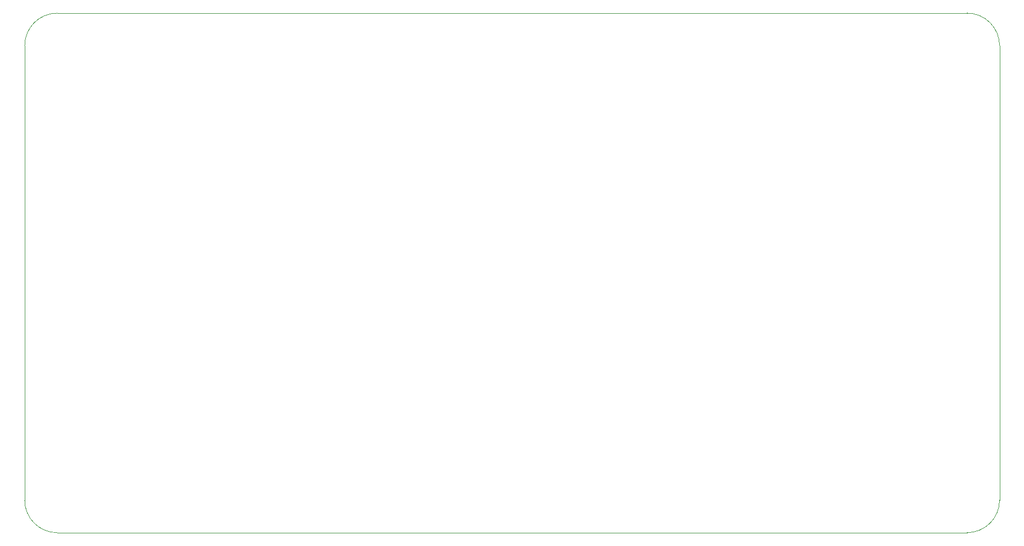
<source format=gm1>
%TF.GenerationSoftware,KiCad,Pcbnew,(6.0.10-0)*%
%TF.CreationDate,2023-09-02T13:11:49+02:00*%
%TF.ProjectId,EPROM_FLASHER,4550524f-4d5f-4464-9c41-534845522e6b,rev?*%
%TF.SameCoordinates,Original*%
%TF.FileFunction,Profile,NP*%
%FSLAX46Y46*%
G04 Gerber Fmt 4.6, Leading zero omitted, Abs format (unit mm)*
G04 Created by KiCad (PCBNEW (6.0.10-0)) date 2023-09-02 13:11:49*
%MOMM*%
%LPD*%
G01*
G04 APERTURE LIST*
%TA.AperFunction,Profile*%
%ADD10C,0.100000*%
%TD*%
G04 APERTURE END LIST*
D10*
X195800000Y-35560000D02*
X195800000Y-105560000D01*
X190800000Y-110560000D02*
G75*
G03*
X195800000Y-105560000I0J5000000D01*
G01*
X190800000Y-110560000D02*
X50800000Y-110560000D01*
X45800000Y-105560000D02*
X45800000Y-35560000D01*
X195800000Y-35560000D02*
G75*
G03*
X190800000Y-30560000I-5000000J0D01*
G01*
X45800000Y-105560000D02*
G75*
G03*
X50800000Y-110560000I5000000J0D01*
G01*
X50800000Y-30560000D02*
X190800000Y-30560000D01*
X50800000Y-30560000D02*
G75*
G03*
X45800000Y-35560000I0J-5000000D01*
G01*
M02*

</source>
